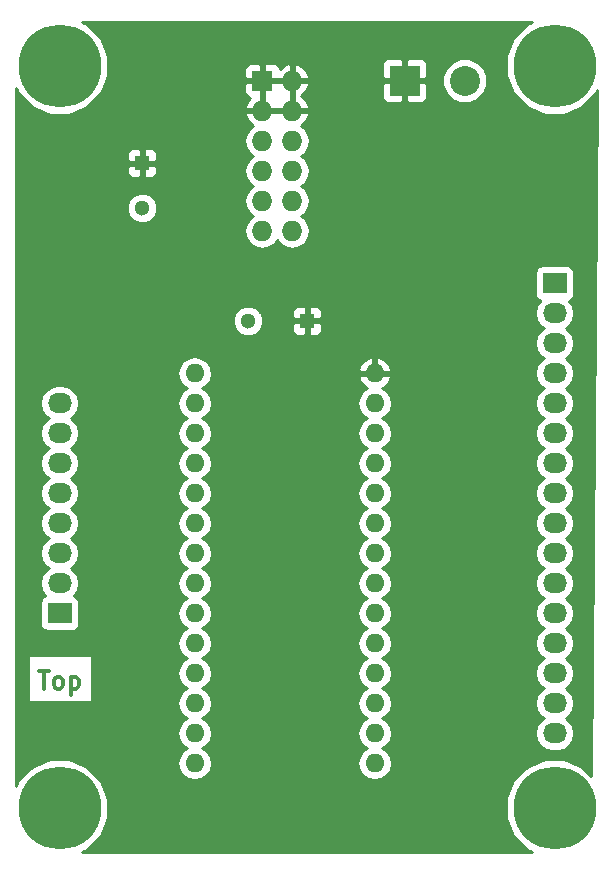
<source format=gbr>
G04 #@! TF.FileFunction,Copper,L1,Top,Signal*
%FSLAX46Y46*%
G04 Gerber Fmt 4.6, Leading zero omitted, Abs format (unit mm)*
G04 Created by KiCad (PCBNEW 4.0.2-stable) date 14/03/2016 9:25:42 PM*
%MOMM*%
G01*
G04 APERTURE LIST*
%ADD10C,0.100000*%
%ADD11C,0.300000*%
%ADD12R,1.300000X1.300000*%
%ADD13C,1.300000*%
%ADD14R,2.540000X2.540000*%
%ADD15C,2.540000*%
%ADD16R,1.727200X1.727200*%
%ADD17O,1.727200X1.727200*%
%ADD18R,2.032000X1.727200*%
%ADD19O,2.032000X1.727200*%
%ADD20O,1.600000X1.600000*%
%ADD21C,7.000000*%
%ADD22C,0.254000*%
G04 APERTURE END LIST*
D10*
D11*
X148709286Y-115383571D02*
X149566429Y-115383571D01*
X149137858Y-116883571D02*
X149137858Y-115383571D01*
X150280715Y-116883571D02*
X150137857Y-116812143D01*
X150066429Y-116740714D01*
X149995000Y-116597857D01*
X149995000Y-116169286D01*
X150066429Y-116026429D01*
X150137857Y-115955000D01*
X150280715Y-115883571D01*
X150495000Y-115883571D01*
X150637857Y-115955000D01*
X150709286Y-116026429D01*
X150780715Y-116169286D01*
X150780715Y-116597857D01*
X150709286Y-116740714D01*
X150637857Y-116812143D01*
X150495000Y-116883571D01*
X150280715Y-116883571D01*
X151423572Y-115883571D02*
X151423572Y-117383571D01*
X151423572Y-115955000D02*
X151566429Y-115883571D01*
X151852143Y-115883571D01*
X151995000Y-115955000D01*
X152066429Y-116026429D01*
X152137858Y-116169286D01*
X152137858Y-116597857D01*
X152066429Y-116740714D01*
X151995000Y-116812143D01*
X151852143Y-116883571D01*
X151566429Y-116883571D01*
X151423572Y-116812143D01*
D12*
X157480000Y-72390000D03*
D13*
X157480000Y-76190000D03*
D12*
X171450000Y-85725000D03*
D13*
X166450000Y-85725000D03*
D14*
X179705000Y-65405000D03*
D15*
X184785000Y-65405000D03*
D16*
X167640000Y-65405000D03*
D17*
X170180000Y-65405000D03*
X167640000Y-67945000D03*
X170180000Y-67945000D03*
X167640000Y-70485000D03*
X170180000Y-70485000D03*
X167640000Y-73025000D03*
X170180000Y-73025000D03*
X167640000Y-75565000D03*
X170180000Y-75565000D03*
X167640000Y-78105000D03*
X170180000Y-78105000D03*
D18*
X150495000Y-110490000D03*
D19*
X150495000Y-107950000D03*
X150495000Y-105410000D03*
X150495000Y-102870000D03*
X150495000Y-100330000D03*
X150495000Y-97790000D03*
X150495000Y-95250000D03*
X150495000Y-92710000D03*
D18*
X192405000Y-82550000D03*
D19*
X192405000Y-85090000D03*
X192405000Y-87630000D03*
X192405000Y-90170000D03*
X192405000Y-92710000D03*
X192405000Y-95250000D03*
X192405000Y-97790000D03*
X192405000Y-100330000D03*
X192405000Y-102870000D03*
X192405000Y-105410000D03*
X192405000Y-107950000D03*
X192405000Y-110490000D03*
X192405000Y-113030000D03*
X192405000Y-115570000D03*
X192405000Y-118110000D03*
X192405000Y-120650000D03*
D20*
X161925000Y-90170000D03*
X161925000Y-92710000D03*
X161925000Y-95250000D03*
X161925000Y-97790000D03*
X161925000Y-100330000D03*
X161925000Y-102870000D03*
X161925000Y-105410000D03*
X161925000Y-107950000D03*
X161925000Y-110490000D03*
X161925000Y-113030000D03*
X161925000Y-115570000D03*
X161925000Y-118110000D03*
X161925000Y-120650000D03*
X161925000Y-123190000D03*
X177165000Y-123190000D03*
X177165000Y-120650000D03*
X177165000Y-118110000D03*
X177165000Y-115570000D03*
X177165000Y-113030000D03*
X177165000Y-110490000D03*
X177165000Y-107950000D03*
X177165000Y-105410000D03*
X177165000Y-102870000D03*
X177165000Y-100330000D03*
X177165000Y-97790000D03*
X177165000Y-95250000D03*
X177165000Y-92710000D03*
X177165000Y-90170000D03*
D21*
X150495000Y-64135000D03*
X192405000Y-64135000D03*
X150495000Y-127000000D03*
X192405000Y-127000000D03*
D22*
G36*
X190065771Y-60627474D02*
X188901562Y-61789653D01*
X188270720Y-63308889D01*
X188269284Y-64953894D01*
X188897474Y-66474229D01*
X190059653Y-67638438D01*
X191578889Y-68269280D01*
X193223894Y-68270716D01*
X194744229Y-67642526D01*
X195908438Y-66480347D01*
X196035294Y-66174844D01*
X195512008Y-124259553D01*
X194750347Y-123496562D01*
X193231111Y-122865720D01*
X191586106Y-122864284D01*
X190065771Y-123492474D01*
X188901562Y-124654653D01*
X188270720Y-126173889D01*
X188269284Y-127818894D01*
X188897474Y-129339229D01*
X190059653Y-130503438D01*
X190492086Y-130683000D01*
X152409550Y-130683000D01*
X152834229Y-130507526D01*
X153998438Y-129345347D01*
X154629280Y-127826111D01*
X154630716Y-126181106D01*
X154002526Y-124660771D01*
X152840347Y-123496562D01*
X151321111Y-122865720D01*
X149676106Y-122864284D01*
X148155771Y-123492474D01*
X146991562Y-124654653D01*
X146812000Y-125087086D01*
X146812000Y-114070000D01*
X147781429Y-114070000D01*
X147781429Y-118040000D01*
X153208572Y-118040000D01*
X153208572Y-114070000D01*
X147781429Y-114070000D01*
X146812000Y-114070000D01*
X146812000Y-92710000D01*
X148811655Y-92710000D01*
X148925729Y-93283489D01*
X149250585Y-93769670D01*
X149565366Y-93980000D01*
X149250585Y-94190330D01*
X148925729Y-94676511D01*
X148811655Y-95250000D01*
X148925729Y-95823489D01*
X149250585Y-96309670D01*
X149565366Y-96520000D01*
X149250585Y-96730330D01*
X148925729Y-97216511D01*
X148811655Y-97790000D01*
X148925729Y-98363489D01*
X149250585Y-98849670D01*
X149565366Y-99060000D01*
X149250585Y-99270330D01*
X148925729Y-99756511D01*
X148811655Y-100330000D01*
X148925729Y-100903489D01*
X149250585Y-101389670D01*
X149565366Y-101600000D01*
X149250585Y-101810330D01*
X148925729Y-102296511D01*
X148811655Y-102870000D01*
X148925729Y-103443489D01*
X149250585Y-103929670D01*
X149565366Y-104140000D01*
X149250585Y-104350330D01*
X148925729Y-104836511D01*
X148811655Y-105410000D01*
X148925729Y-105983489D01*
X149250585Y-106469670D01*
X149565366Y-106680000D01*
X149250585Y-106890330D01*
X148925729Y-107376511D01*
X148811655Y-107950000D01*
X148925729Y-108523489D01*
X149250585Y-109009670D01*
X149264913Y-109019243D01*
X149243683Y-109023238D01*
X149027559Y-109162310D01*
X148882569Y-109374510D01*
X148831560Y-109626400D01*
X148831560Y-111353600D01*
X148875838Y-111588917D01*
X149014910Y-111805041D01*
X149227110Y-111950031D01*
X149479000Y-112001040D01*
X151511000Y-112001040D01*
X151746317Y-111956762D01*
X151962441Y-111817690D01*
X152107431Y-111605490D01*
X152158440Y-111353600D01*
X152158440Y-109626400D01*
X152114162Y-109391083D01*
X151975090Y-109174959D01*
X151762890Y-109029969D01*
X151721561Y-109021600D01*
X151739415Y-109009670D01*
X152064271Y-108523489D01*
X152178345Y-107950000D01*
X152064271Y-107376511D01*
X151739415Y-106890330D01*
X151424634Y-106680000D01*
X151739415Y-106469670D01*
X152064271Y-105983489D01*
X152178345Y-105410000D01*
X152064271Y-104836511D01*
X151739415Y-104350330D01*
X151424634Y-104140000D01*
X151739415Y-103929670D01*
X152064271Y-103443489D01*
X152178345Y-102870000D01*
X152064271Y-102296511D01*
X151739415Y-101810330D01*
X151424634Y-101600000D01*
X151739415Y-101389670D01*
X152064271Y-100903489D01*
X152178345Y-100330000D01*
X152064271Y-99756511D01*
X151739415Y-99270330D01*
X151424634Y-99060000D01*
X151739415Y-98849670D01*
X152064271Y-98363489D01*
X152178345Y-97790000D01*
X152064271Y-97216511D01*
X151739415Y-96730330D01*
X151424634Y-96520000D01*
X151739415Y-96309670D01*
X152064271Y-95823489D01*
X152178345Y-95250000D01*
X152064271Y-94676511D01*
X151739415Y-94190330D01*
X151424634Y-93980000D01*
X151739415Y-93769670D01*
X152064271Y-93283489D01*
X152178345Y-92710000D01*
X152064271Y-92136511D01*
X151739415Y-91650330D01*
X151253234Y-91325474D01*
X150679745Y-91211400D01*
X150310255Y-91211400D01*
X149736766Y-91325474D01*
X149250585Y-91650330D01*
X148925729Y-92136511D01*
X148811655Y-92710000D01*
X146812000Y-92710000D01*
X146812000Y-90170000D01*
X160461887Y-90170000D01*
X160571120Y-90719151D01*
X160882189Y-91184698D01*
X161264275Y-91440000D01*
X160882189Y-91695302D01*
X160571120Y-92160849D01*
X160461887Y-92710000D01*
X160571120Y-93259151D01*
X160882189Y-93724698D01*
X161264275Y-93980000D01*
X160882189Y-94235302D01*
X160571120Y-94700849D01*
X160461887Y-95250000D01*
X160571120Y-95799151D01*
X160882189Y-96264698D01*
X161264275Y-96520000D01*
X160882189Y-96775302D01*
X160571120Y-97240849D01*
X160461887Y-97790000D01*
X160571120Y-98339151D01*
X160882189Y-98804698D01*
X161264275Y-99060000D01*
X160882189Y-99315302D01*
X160571120Y-99780849D01*
X160461887Y-100330000D01*
X160571120Y-100879151D01*
X160882189Y-101344698D01*
X161264275Y-101600000D01*
X160882189Y-101855302D01*
X160571120Y-102320849D01*
X160461887Y-102870000D01*
X160571120Y-103419151D01*
X160882189Y-103884698D01*
X161264275Y-104140000D01*
X160882189Y-104395302D01*
X160571120Y-104860849D01*
X160461887Y-105410000D01*
X160571120Y-105959151D01*
X160882189Y-106424698D01*
X161264275Y-106680000D01*
X160882189Y-106935302D01*
X160571120Y-107400849D01*
X160461887Y-107950000D01*
X160571120Y-108499151D01*
X160882189Y-108964698D01*
X161264275Y-109220000D01*
X160882189Y-109475302D01*
X160571120Y-109940849D01*
X160461887Y-110490000D01*
X160571120Y-111039151D01*
X160882189Y-111504698D01*
X161264275Y-111760000D01*
X160882189Y-112015302D01*
X160571120Y-112480849D01*
X160461887Y-113030000D01*
X160571120Y-113579151D01*
X160882189Y-114044698D01*
X161264275Y-114300000D01*
X160882189Y-114555302D01*
X160571120Y-115020849D01*
X160461887Y-115570000D01*
X160571120Y-116119151D01*
X160882189Y-116584698D01*
X161264275Y-116840000D01*
X160882189Y-117095302D01*
X160571120Y-117560849D01*
X160461887Y-118110000D01*
X160571120Y-118659151D01*
X160882189Y-119124698D01*
X161264275Y-119380000D01*
X160882189Y-119635302D01*
X160571120Y-120100849D01*
X160461887Y-120650000D01*
X160571120Y-121199151D01*
X160882189Y-121664698D01*
X161264275Y-121920000D01*
X160882189Y-122175302D01*
X160571120Y-122640849D01*
X160461887Y-123190000D01*
X160571120Y-123739151D01*
X160882189Y-124204698D01*
X161347736Y-124515767D01*
X161896887Y-124625000D01*
X161953113Y-124625000D01*
X162502264Y-124515767D01*
X162967811Y-124204698D01*
X163278880Y-123739151D01*
X163388113Y-123190000D01*
X163278880Y-122640849D01*
X162967811Y-122175302D01*
X162585725Y-121920000D01*
X162967811Y-121664698D01*
X163278880Y-121199151D01*
X163388113Y-120650000D01*
X163278880Y-120100849D01*
X162967811Y-119635302D01*
X162585725Y-119380000D01*
X162967811Y-119124698D01*
X163278880Y-118659151D01*
X163388113Y-118110000D01*
X163278880Y-117560849D01*
X162967811Y-117095302D01*
X162585725Y-116840000D01*
X162967811Y-116584698D01*
X163278880Y-116119151D01*
X163388113Y-115570000D01*
X163278880Y-115020849D01*
X162967811Y-114555302D01*
X162585725Y-114300000D01*
X162967811Y-114044698D01*
X163278880Y-113579151D01*
X163388113Y-113030000D01*
X163278880Y-112480849D01*
X162967811Y-112015302D01*
X162585725Y-111760000D01*
X162967811Y-111504698D01*
X163278880Y-111039151D01*
X163388113Y-110490000D01*
X163278880Y-109940849D01*
X162967811Y-109475302D01*
X162585725Y-109220000D01*
X162967811Y-108964698D01*
X163278880Y-108499151D01*
X163388113Y-107950000D01*
X163278880Y-107400849D01*
X162967811Y-106935302D01*
X162585725Y-106680000D01*
X162967811Y-106424698D01*
X163278880Y-105959151D01*
X163388113Y-105410000D01*
X163278880Y-104860849D01*
X162967811Y-104395302D01*
X162585725Y-104140000D01*
X162967811Y-103884698D01*
X163278880Y-103419151D01*
X163388113Y-102870000D01*
X163278880Y-102320849D01*
X162967811Y-101855302D01*
X162585725Y-101600000D01*
X162967811Y-101344698D01*
X163278880Y-100879151D01*
X163388113Y-100330000D01*
X163278880Y-99780849D01*
X162967811Y-99315302D01*
X162585725Y-99060000D01*
X162967811Y-98804698D01*
X163278880Y-98339151D01*
X163388113Y-97790000D01*
X163278880Y-97240849D01*
X162967811Y-96775302D01*
X162585725Y-96520000D01*
X162967811Y-96264698D01*
X163278880Y-95799151D01*
X163388113Y-95250000D01*
X163278880Y-94700849D01*
X162967811Y-94235302D01*
X162585725Y-93980000D01*
X162967811Y-93724698D01*
X163278880Y-93259151D01*
X163388113Y-92710000D01*
X175701887Y-92710000D01*
X175811120Y-93259151D01*
X176122189Y-93724698D01*
X176504275Y-93980000D01*
X176122189Y-94235302D01*
X175811120Y-94700849D01*
X175701887Y-95250000D01*
X175811120Y-95799151D01*
X176122189Y-96264698D01*
X176504275Y-96520000D01*
X176122189Y-96775302D01*
X175811120Y-97240849D01*
X175701887Y-97790000D01*
X175811120Y-98339151D01*
X176122189Y-98804698D01*
X176504275Y-99060000D01*
X176122189Y-99315302D01*
X175811120Y-99780849D01*
X175701887Y-100330000D01*
X175811120Y-100879151D01*
X176122189Y-101344698D01*
X176504275Y-101600000D01*
X176122189Y-101855302D01*
X175811120Y-102320849D01*
X175701887Y-102870000D01*
X175811120Y-103419151D01*
X176122189Y-103884698D01*
X176504275Y-104140000D01*
X176122189Y-104395302D01*
X175811120Y-104860849D01*
X175701887Y-105410000D01*
X175811120Y-105959151D01*
X176122189Y-106424698D01*
X176504275Y-106680000D01*
X176122189Y-106935302D01*
X175811120Y-107400849D01*
X175701887Y-107950000D01*
X175811120Y-108499151D01*
X176122189Y-108964698D01*
X176504275Y-109220000D01*
X176122189Y-109475302D01*
X175811120Y-109940849D01*
X175701887Y-110490000D01*
X175811120Y-111039151D01*
X176122189Y-111504698D01*
X176504275Y-111760000D01*
X176122189Y-112015302D01*
X175811120Y-112480849D01*
X175701887Y-113030000D01*
X175811120Y-113579151D01*
X176122189Y-114044698D01*
X176504275Y-114300000D01*
X176122189Y-114555302D01*
X175811120Y-115020849D01*
X175701887Y-115570000D01*
X175811120Y-116119151D01*
X176122189Y-116584698D01*
X176504275Y-116840000D01*
X176122189Y-117095302D01*
X175811120Y-117560849D01*
X175701887Y-118110000D01*
X175811120Y-118659151D01*
X176122189Y-119124698D01*
X176504275Y-119380000D01*
X176122189Y-119635302D01*
X175811120Y-120100849D01*
X175701887Y-120650000D01*
X175811120Y-121199151D01*
X176122189Y-121664698D01*
X176504275Y-121920000D01*
X176122189Y-122175302D01*
X175811120Y-122640849D01*
X175701887Y-123190000D01*
X175811120Y-123739151D01*
X176122189Y-124204698D01*
X176587736Y-124515767D01*
X177136887Y-124625000D01*
X177193113Y-124625000D01*
X177742264Y-124515767D01*
X178207811Y-124204698D01*
X178518880Y-123739151D01*
X178628113Y-123190000D01*
X178518880Y-122640849D01*
X178207811Y-122175302D01*
X177825725Y-121920000D01*
X178207811Y-121664698D01*
X178518880Y-121199151D01*
X178628113Y-120650000D01*
X178518880Y-120100849D01*
X178207811Y-119635302D01*
X177825725Y-119380000D01*
X178207811Y-119124698D01*
X178518880Y-118659151D01*
X178628113Y-118110000D01*
X178518880Y-117560849D01*
X178207811Y-117095302D01*
X177825725Y-116840000D01*
X178207811Y-116584698D01*
X178518880Y-116119151D01*
X178628113Y-115570000D01*
X178518880Y-115020849D01*
X178207811Y-114555302D01*
X177825725Y-114300000D01*
X178207811Y-114044698D01*
X178518880Y-113579151D01*
X178628113Y-113030000D01*
X178518880Y-112480849D01*
X178207811Y-112015302D01*
X177825725Y-111760000D01*
X178207811Y-111504698D01*
X178518880Y-111039151D01*
X178628113Y-110490000D01*
X178518880Y-109940849D01*
X178207811Y-109475302D01*
X177825725Y-109220000D01*
X178207811Y-108964698D01*
X178518880Y-108499151D01*
X178628113Y-107950000D01*
X178518880Y-107400849D01*
X178207811Y-106935302D01*
X177825725Y-106680000D01*
X178207811Y-106424698D01*
X178518880Y-105959151D01*
X178628113Y-105410000D01*
X178518880Y-104860849D01*
X178207811Y-104395302D01*
X177825725Y-104140000D01*
X178207811Y-103884698D01*
X178518880Y-103419151D01*
X178628113Y-102870000D01*
X178518880Y-102320849D01*
X178207811Y-101855302D01*
X177825725Y-101600000D01*
X178207811Y-101344698D01*
X178518880Y-100879151D01*
X178628113Y-100330000D01*
X178518880Y-99780849D01*
X178207811Y-99315302D01*
X177825725Y-99060000D01*
X178207811Y-98804698D01*
X178518880Y-98339151D01*
X178628113Y-97790000D01*
X178518880Y-97240849D01*
X178207811Y-96775302D01*
X177825725Y-96520000D01*
X178207811Y-96264698D01*
X178518880Y-95799151D01*
X178628113Y-95250000D01*
X178518880Y-94700849D01*
X178207811Y-94235302D01*
X177825725Y-93980000D01*
X178207811Y-93724698D01*
X178518880Y-93259151D01*
X178628113Y-92710000D01*
X178518880Y-92160849D01*
X178207811Y-91695302D01*
X177803297Y-91425014D01*
X178020134Y-91322389D01*
X178396041Y-90907423D01*
X178556904Y-90519039D01*
X178434915Y-90297000D01*
X177292000Y-90297000D01*
X177292000Y-90317000D01*
X177038000Y-90317000D01*
X177038000Y-90297000D01*
X175895085Y-90297000D01*
X175773096Y-90519039D01*
X175933959Y-90907423D01*
X176309866Y-91322389D01*
X176526703Y-91425014D01*
X176122189Y-91695302D01*
X175811120Y-92160849D01*
X175701887Y-92710000D01*
X163388113Y-92710000D01*
X163278880Y-92160849D01*
X162967811Y-91695302D01*
X162585725Y-91440000D01*
X162967811Y-91184698D01*
X163278880Y-90719151D01*
X163388113Y-90170000D01*
X163318685Y-89820961D01*
X175773096Y-89820961D01*
X175895085Y-90043000D01*
X177038000Y-90043000D01*
X177038000Y-88899371D01*
X177292000Y-88899371D01*
X177292000Y-90043000D01*
X178434915Y-90043000D01*
X178556904Y-89820961D01*
X178396041Y-89432577D01*
X178020134Y-89017611D01*
X177514041Y-88778086D01*
X177292000Y-88899371D01*
X177038000Y-88899371D01*
X176815959Y-88778086D01*
X176309866Y-89017611D01*
X175933959Y-89432577D01*
X175773096Y-89820961D01*
X163318685Y-89820961D01*
X163278880Y-89620849D01*
X162967811Y-89155302D01*
X162502264Y-88844233D01*
X161953113Y-88735000D01*
X161896887Y-88735000D01*
X161347736Y-88844233D01*
X160882189Y-89155302D01*
X160571120Y-89620849D01*
X160461887Y-90170000D01*
X146812000Y-90170000D01*
X146812000Y-85979481D01*
X165164777Y-85979481D01*
X165359995Y-86451943D01*
X165721155Y-86813735D01*
X166193276Y-87009777D01*
X166704481Y-87010223D01*
X167176943Y-86815005D01*
X167538735Y-86453845D01*
X167722724Y-86010750D01*
X170165000Y-86010750D01*
X170165000Y-86501310D01*
X170261673Y-86734699D01*
X170440302Y-86913327D01*
X170673691Y-87010000D01*
X171164250Y-87010000D01*
X171323000Y-86851250D01*
X171323000Y-85852000D01*
X171577000Y-85852000D01*
X171577000Y-86851250D01*
X171735750Y-87010000D01*
X172226309Y-87010000D01*
X172459698Y-86913327D01*
X172638327Y-86734699D01*
X172735000Y-86501310D01*
X172735000Y-86010750D01*
X172576250Y-85852000D01*
X171577000Y-85852000D01*
X171323000Y-85852000D01*
X170323750Y-85852000D01*
X170165000Y-86010750D01*
X167722724Y-86010750D01*
X167734777Y-85981724D01*
X167735223Y-85470519D01*
X167540005Y-84998057D01*
X167490725Y-84948690D01*
X170165000Y-84948690D01*
X170165000Y-85439250D01*
X170323750Y-85598000D01*
X171323000Y-85598000D01*
X171323000Y-84598750D01*
X171577000Y-84598750D01*
X171577000Y-85598000D01*
X172576250Y-85598000D01*
X172735000Y-85439250D01*
X172735000Y-85090000D01*
X190721655Y-85090000D01*
X190835729Y-85663489D01*
X191160585Y-86149670D01*
X191475366Y-86360000D01*
X191160585Y-86570330D01*
X190835729Y-87056511D01*
X190721655Y-87630000D01*
X190835729Y-88203489D01*
X191160585Y-88689670D01*
X191475366Y-88900000D01*
X191160585Y-89110330D01*
X190835729Y-89596511D01*
X190721655Y-90170000D01*
X190835729Y-90743489D01*
X191160585Y-91229670D01*
X191475366Y-91440000D01*
X191160585Y-91650330D01*
X190835729Y-92136511D01*
X190721655Y-92710000D01*
X190835729Y-93283489D01*
X191160585Y-93769670D01*
X191475366Y-93980000D01*
X191160585Y-94190330D01*
X190835729Y-94676511D01*
X190721655Y-95250000D01*
X190835729Y-95823489D01*
X191160585Y-96309670D01*
X191475366Y-96520000D01*
X191160585Y-96730330D01*
X190835729Y-97216511D01*
X190721655Y-97790000D01*
X190835729Y-98363489D01*
X191160585Y-98849670D01*
X191475366Y-99060000D01*
X191160585Y-99270330D01*
X190835729Y-99756511D01*
X190721655Y-100330000D01*
X190835729Y-100903489D01*
X191160585Y-101389670D01*
X191475366Y-101600000D01*
X191160585Y-101810330D01*
X190835729Y-102296511D01*
X190721655Y-102870000D01*
X190835729Y-103443489D01*
X191160585Y-103929670D01*
X191475366Y-104140000D01*
X191160585Y-104350330D01*
X190835729Y-104836511D01*
X190721655Y-105410000D01*
X190835729Y-105983489D01*
X191160585Y-106469670D01*
X191475366Y-106680000D01*
X191160585Y-106890330D01*
X190835729Y-107376511D01*
X190721655Y-107950000D01*
X190835729Y-108523489D01*
X191160585Y-109009670D01*
X191475366Y-109220000D01*
X191160585Y-109430330D01*
X190835729Y-109916511D01*
X190721655Y-110490000D01*
X190835729Y-111063489D01*
X191160585Y-111549670D01*
X191475366Y-111760000D01*
X191160585Y-111970330D01*
X190835729Y-112456511D01*
X190721655Y-113030000D01*
X190835729Y-113603489D01*
X191160585Y-114089670D01*
X191475366Y-114300000D01*
X191160585Y-114510330D01*
X190835729Y-114996511D01*
X190721655Y-115570000D01*
X190835729Y-116143489D01*
X191160585Y-116629670D01*
X191475366Y-116840000D01*
X191160585Y-117050330D01*
X190835729Y-117536511D01*
X190721655Y-118110000D01*
X190835729Y-118683489D01*
X191160585Y-119169670D01*
X191475366Y-119380000D01*
X191160585Y-119590330D01*
X190835729Y-120076511D01*
X190721655Y-120650000D01*
X190835729Y-121223489D01*
X191160585Y-121709670D01*
X191646766Y-122034526D01*
X192220255Y-122148600D01*
X192589745Y-122148600D01*
X193163234Y-122034526D01*
X193649415Y-121709670D01*
X193974271Y-121223489D01*
X194088345Y-120650000D01*
X193974271Y-120076511D01*
X193649415Y-119590330D01*
X193334634Y-119380000D01*
X193649415Y-119169670D01*
X193974271Y-118683489D01*
X194088345Y-118110000D01*
X193974271Y-117536511D01*
X193649415Y-117050330D01*
X193334634Y-116840000D01*
X193649415Y-116629670D01*
X193974271Y-116143489D01*
X194088345Y-115570000D01*
X193974271Y-114996511D01*
X193649415Y-114510330D01*
X193334634Y-114300000D01*
X193649415Y-114089670D01*
X193974271Y-113603489D01*
X194088345Y-113030000D01*
X193974271Y-112456511D01*
X193649415Y-111970330D01*
X193334634Y-111760000D01*
X193649415Y-111549670D01*
X193974271Y-111063489D01*
X194088345Y-110490000D01*
X193974271Y-109916511D01*
X193649415Y-109430330D01*
X193334634Y-109220000D01*
X193649415Y-109009670D01*
X193974271Y-108523489D01*
X194088345Y-107950000D01*
X193974271Y-107376511D01*
X193649415Y-106890330D01*
X193334634Y-106680000D01*
X193649415Y-106469670D01*
X193974271Y-105983489D01*
X194088345Y-105410000D01*
X193974271Y-104836511D01*
X193649415Y-104350330D01*
X193334634Y-104140000D01*
X193649415Y-103929670D01*
X193974271Y-103443489D01*
X194088345Y-102870000D01*
X193974271Y-102296511D01*
X193649415Y-101810330D01*
X193334634Y-101600000D01*
X193649415Y-101389670D01*
X193974271Y-100903489D01*
X194088345Y-100330000D01*
X193974271Y-99756511D01*
X193649415Y-99270330D01*
X193334634Y-99060000D01*
X193649415Y-98849670D01*
X193974271Y-98363489D01*
X194088345Y-97790000D01*
X193974271Y-97216511D01*
X193649415Y-96730330D01*
X193334634Y-96520000D01*
X193649415Y-96309670D01*
X193974271Y-95823489D01*
X194088345Y-95250000D01*
X193974271Y-94676511D01*
X193649415Y-94190330D01*
X193334634Y-93980000D01*
X193649415Y-93769670D01*
X193974271Y-93283489D01*
X194088345Y-92710000D01*
X193974271Y-92136511D01*
X193649415Y-91650330D01*
X193334634Y-91440000D01*
X193649415Y-91229670D01*
X193974271Y-90743489D01*
X194088345Y-90170000D01*
X193974271Y-89596511D01*
X193649415Y-89110330D01*
X193334634Y-88900000D01*
X193649415Y-88689670D01*
X193974271Y-88203489D01*
X194088345Y-87630000D01*
X193974271Y-87056511D01*
X193649415Y-86570330D01*
X193334634Y-86360000D01*
X193649415Y-86149670D01*
X193974271Y-85663489D01*
X194088345Y-85090000D01*
X193974271Y-84516511D01*
X193649415Y-84030330D01*
X193635087Y-84020757D01*
X193656317Y-84016762D01*
X193872441Y-83877690D01*
X194017431Y-83665490D01*
X194068440Y-83413600D01*
X194068440Y-81686400D01*
X194024162Y-81451083D01*
X193885090Y-81234959D01*
X193672890Y-81089969D01*
X193421000Y-81038960D01*
X191389000Y-81038960D01*
X191153683Y-81083238D01*
X190937559Y-81222310D01*
X190792569Y-81434510D01*
X190741560Y-81686400D01*
X190741560Y-83413600D01*
X190785838Y-83648917D01*
X190924910Y-83865041D01*
X191137110Y-84010031D01*
X191178439Y-84018400D01*
X191160585Y-84030330D01*
X190835729Y-84516511D01*
X190721655Y-85090000D01*
X172735000Y-85090000D01*
X172735000Y-84948690D01*
X172638327Y-84715301D01*
X172459698Y-84536673D01*
X172226309Y-84440000D01*
X171735750Y-84440000D01*
X171577000Y-84598750D01*
X171323000Y-84598750D01*
X171164250Y-84440000D01*
X170673691Y-84440000D01*
X170440302Y-84536673D01*
X170261673Y-84715301D01*
X170165000Y-84948690D01*
X167490725Y-84948690D01*
X167178845Y-84636265D01*
X166706724Y-84440223D01*
X166195519Y-84439777D01*
X165723057Y-84634995D01*
X165361265Y-84996155D01*
X165165223Y-85468276D01*
X165164777Y-85979481D01*
X146812000Y-85979481D01*
X146812000Y-76444481D01*
X156194777Y-76444481D01*
X156389995Y-76916943D01*
X156751155Y-77278735D01*
X157223276Y-77474777D01*
X157734481Y-77475223D01*
X158206943Y-77280005D01*
X158568735Y-76918845D01*
X158764777Y-76446724D01*
X158765223Y-75935519D01*
X158570005Y-75463057D01*
X158208845Y-75101265D01*
X157736724Y-74905223D01*
X157225519Y-74904777D01*
X156753057Y-75099995D01*
X156391265Y-75461155D01*
X156195223Y-75933276D01*
X156194777Y-76444481D01*
X146812000Y-76444481D01*
X146812000Y-72675750D01*
X156195000Y-72675750D01*
X156195000Y-73166309D01*
X156291673Y-73399698D01*
X156470301Y-73578327D01*
X156703690Y-73675000D01*
X157194250Y-73675000D01*
X157353000Y-73516250D01*
X157353000Y-72517000D01*
X157607000Y-72517000D01*
X157607000Y-73516250D01*
X157765750Y-73675000D01*
X158256310Y-73675000D01*
X158489699Y-73578327D01*
X158668327Y-73399698D01*
X158765000Y-73166309D01*
X158765000Y-72675750D01*
X158606250Y-72517000D01*
X157607000Y-72517000D01*
X157353000Y-72517000D01*
X156353750Y-72517000D01*
X156195000Y-72675750D01*
X146812000Y-72675750D01*
X146812000Y-71613691D01*
X156195000Y-71613691D01*
X156195000Y-72104250D01*
X156353750Y-72263000D01*
X157353000Y-72263000D01*
X157353000Y-71263750D01*
X157607000Y-71263750D01*
X157607000Y-72263000D01*
X158606250Y-72263000D01*
X158765000Y-72104250D01*
X158765000Y-71613691D01*
X158668327Y-71380302D01*
X158489699Y-71201673D01*
X158256310Y-71105000D01*
X157765750Y-71105000D01*
X157607000Y-71263750D01*
X157353000Y-71263750D01*
X157194250Y-71105000D01*
X156703690Y-71105000D01*
X156470301Y-71201673D01*
X156291673Y-71380302D01*
X156195000Y-71613691D01*
X146812000Y-71613691D01*
X146812000Y-70455641D01*
X166141400Y-70455641D01*
X166141400Y-70514359D01*
X166255474Y-71087848D01*
X166580330Y-71574029D01*
X166851172Y-71755000D01*
X166580330Y-71935971D01*
X166255474Y-72422152D01*
X166141400Y-72995641D01*
X166141400Y-73054359D01*
X166255474Y-73627848D01*
X166580330Y-74114029D01*
X166851172Y-74295000D01*
X166580330Y-74475971D01*
X166255474Y-74962152D01*
X166141400Y-75535641D01*
X166141400Y-75594359D01*
X166255474Y-76167848D01*
X166580330Y-76654029D01*
X166851172Y-76835000D01*
X166580330Y-77015971D01*
X166255474Y-77502152D01*
X166141400Y-78075641D01*
X166141400Y-78134359D01*
X166255474Y-78707848D01*
X166580330Y-79194029D01*
X167066511Y-79518885D01*
X167640000Y-79632959D01*
X168213489Y-79518885D01*
X168699670Y-79194029D01*
X168910000Y-78879248D01*
X169120330Y-79194029D01*
X169606511Y-79518885D01*
X170180000Y-79632959D01*
X170753489Y-79518885D01*
X171239670Y-79194029D01*
X171564526Y-78707848D01*
X171678600Y-78134359D01*
X171678600Y-78075641D01*
X171564526Y-77502152D01*
X171239670Y-77015971D01*
X170968828Y-76835000D01*
X171239670Y-76654029D01*
X171564526Y-76167848D01*
X171678600Y-75594359D01*
X171678600Y-75535641D01*
X171564526Y-74962152D01*
X171239670Y-74475971D01*
X170968828Y-74295000D01*
X171239670Y-74114029D01*
X171564526Y-73627848D01*
X171678600Y-73054359D01*
X171678600Y-72995641D01*
X171564526Y-72422152D01*
X171239670Y-71935971D01*
X170968828Y-71755000D01*
X171239670Y-71574029D01*
X171564526Y-71087848D01*
X171678600Y-70514359D01*
X171678600Y-70455641D01*
X171564526Y-69882152D01*
X171239670Y-69395971D01*
X170968839Y-69215008D01*
X171386821Y-68833490D01*
X171634968Y-68304027D01*
X171514469Y-68072000D01*
X170307000Y-68072000D01*
X170307000Y-68092000D01*
X170053000Y-68092000D01*
X170053000Y-68072000D01*
X167767000Y-68072000D01*
X167767000Y-68092000D01*
X167513000Y-68092000D01*
X167513000Y-68072000D01*
X166305531Y-68072000D01*
X166185032Y-68304027D01*
X166433179Y-68833490D01*
X166851161Y-69215008D01*
X166580330Y-69395971D01*
X166255474Y-69882152D01*
X166141400Y-70455641D01*
X146812000Y-70455641D01*
X146812000Y-66049550D01*
X146987474Y-66474229D01*
X148149653Y-67638438D01*
X149668889Y-68269280D01*
X151313894Y-68270716D01*
X152834229Y-67642526D01*
X153998438Y-66480347D01*
X154326307Y-65690750D01*
X166141400Y-65690750D01*
X166141400Y-66394909D01*
X166238073Y-66628298D01*
X166416701Y-66806927D01*
X166616119Y-66889529D01*
X166433179Y-67056510D01*
X166185032Y-67585973D01*
X166305531Y-67818000D01*
X167513000Y-67818000D01*
X167513000Y-65532000D01*
X167767000Y-65532000D01*
X167767000Y-67818000D01*
X170053000Y-67818000D01*
X170053000Y-65532000D01*
X170307000Y-65532000D01*
X170307000Y-67818000D01*
X171514469Y-67818000D01*
X171634968Y-67585973D01*
X171386821Y-67056510D01*
X170968848Y-66675000D01*
X171386821Y-66293490D01*
X171634968Y-65764027D01*
X171596913Y-65690750D01*
X177800000Y-65690750D01*
X177800000Y-66801310D01*
X177896673Y-67034699D01*
X178075302Y-67213327D01*
X178308691Y-67310000D01*
X179419250Y-67310000D01*
X179578000Y-67151250D01*
X179578000Y-65532000D01*
X179832000Y-65532000D01*
X179832000Y-67151250D01*
X179990750Y-67310000D01*
X181101309Y-67310000D01*
X181334698Y-67213327D01*
X181513327Y-67034699D01*
X181610000Y-66801310D01*
X181610000Y-65782265D01*
X182879670Y-65782265D01*
X183169078Y-66482686D01*
X183704495Y-67019039D01*
X184404410Y-67309668D01*
X185162265Y-67310330D01*
X185862686Y-67020922D01*
X186399039Y-66485505D01*
X186689668Y-65785590D01*
X186690330Y-65027735D01*
X186400922Y-64327314D01*
X185865505Y-63790961D01*
X185165590Y-63500332D01*
X184407735Y-63499670D01*
X183707314Y-63789078D01*
X183170961Y-64324495D01*
X182880332Y-65024410D01*
X182879670Y-65782265D01*
X181610000Y-65782265D01*
X181610000Y-65690750D01*
X181451250Y-65532000D01*
X179832000Y-65532000D01*
X179578000Y-65532000D01*
X177958750Y-65532000D01*
X177800000Y-65690750D01*
X171596913Y-65690750D01*
X171514469Y-65532000D01*
X170307000Y-65532000D01*
X170053000Y-65532000D01*
X167767000Y-65532000D01*
X167513000Y-65532000D01*
X166300150Y-65532000D01*
X166141400Y-65690750D01*
X154326307Y-65690750D01*
X154629280Y-64961111D01*
X154629756Y-64415091D01*
X166141400Y-64415091D01*
X166141400Y-65119250D01*
X166300150Y-65278000D01*
X167513000Y-65278000D01*
X167513000Y-64065150D01*
X167767000Y-64065150D01*
X167767000Y-65278000D01*
X170053000Y-65278000D01*
X170053000Y-64071183D01*
X170307000Y-64071183D01*
X170307000Y-65278000D01*
X171514469Y-65278000D01*
X171634968Y-65045973D01*
X171386821Y-64516510D01*
X170954947Y-64122312D01*
X170680624Y-64008690D01*
X177800000Y-64008690D01*
X177800000Y-65119250D01*
X177958750Y-65278000D01*
X179578000Y-65278000D01*
X179578000Y-63658750D01*
X179832000Y-63658750D01*
X179832000Y-65278000D01*
X181451250Y-65278000D01*
X181610000Y-65119250D01*
X181610000Y-64008690D01*
X181513327Y-63775301D01*
X181334698Y-63596673D01*
X181101309Y-63500000D01*
X179990750Y-63500000D01*
X179832000Y-63658750D01*
X179578000Y-63658750D01*
X179419250Y-63500000D01*
X178308691Y-63500000D01*
X178075302Y-63596673D01*
X177896673Y-63775301D01*
X177800000Y-64008690D01*
X170680624Y-64008690D01*
X170539026Y-63950042D01*
X170307000Y-64071183D01*
X170053000Y-64071183D01*
X169820974Y-63950042D01*
X169405053Y-64122312D01*
X169123700Y-64379120D01*
X169041927Y-64181702D01*
X168863299Y-64003073D01*
X168629910Y-63906400D01*
X167925750Y-63906400D01*
X167767000Y-64065150D01*
X167513000Y-64065150D01*
X167354250Y-63906400D01*
X166650090Y-63906400D01*
X166416701Y-64003073D01*
X166238073Y-64181702D01*
X166141400Y-64415091D01*
X154629756Y-64415091D01*
X154630716Y-63316106D01*
X154002526Y-61795771D01*
X152840347Y-60631562D01*
X152407914Y-60452000D01*
X190490450Y-60452000D01*
X190065771Y-60627474D01*
X190065771Y-60627474D01*
G37*
X190065771Y-60627474D02*
X188901562Y-61789653D01*
X188270720Y-63308889D01*
X188269284Y-64953894D01*
X188897474Y-66474229D01*
X190059653Y-67638438D01*
X191578889Y-68269280D01*
X193223894Y-68270716D01*
X194744229Y-67642526D01*
X195908438Y-66480347D01*
X196035294Y-66174844D01*
X195512008Y-124259553D01*
X194750347Y-123496562D01*
X193231111Y-122865720D01*
X191586106Y-122864284D01*
X190065771Y-123492474D01*
X188901562Y-124654653D01*
X188270720Y-126173889D01*
X188269284Y-127818894D01*
X188897474Y-129339229D01*
X190059653Y-130503438D01*
X190492086Y-130683000D01*
X152409550Y-130683000D01*
X152834229Y-130507526D01*
X153998438Y-129345347D01*
X154629280Y-127826111D01*
X154630716Y-126181106D01*
X154002526Y-124660771D01*
X152840347Y-123496562D01*
X151321111Y-122865720D01*
X149676106Y-122864284D01*
X148155771Y-123492474D01*
X146991562Y-124654653D01*
X146812000Y-125087086D01*
X146812000Y-114070000D01*
X147781429Y-114070000D01*
X147781429Y-118040000D01*
X153208572Y-118040000D01*
X153208572Y-114070000D01*
X147781429Y-114070000D01*
X146812000Y-114070000D01*
X146812000Y-92710000D01*
X148811655Y-92710000D01*
X148925729Y-93283489D01*
X149250585Y-93769670D01*
X149565366Y-93980000D01*
X149250585Y-94190330D01*
X148925729Y-94676511D01*
X148811655Y-95250000D01*
X148925729Y-95823489D01*
X149250585Y-96309670D01*
X149565366Y-96520000D01*
X149250585Y-96730330D01*
X148925729Y-97216511D01*
X148811655Y-97790000D01*
X148925729Y-98363489D01*
X149250585Y-98849670D01*
X149565366Y-99060000D01*
X149250585Y-99270330D01*
X148925729Y-99756511D01*
X148811655Y-100330000D01*
X148925729Y-100903489D01*
X149250585Y-101389670D01*
X149565366Y-101600000D01*
X149250585Y-101810330D01*
X148925729Y-102296511D01*
X148811655Y-102870000D01*
X148925729Y-103443489D01*
X149250585Y-103929670D01*
X149565366Y-104140000D01*
X149250585Y-104350330D01*
X148925729Y-104836511D01*
X148811655Y-105410000D01*
X148925729Y-105983489D01*
X149250585Y-106469670D01*
X149565366Y-106680000D01*
X149250585Y-106890330D01*
X148925729Y-107376511D01*
X148811655Y-107950000D01*
X148925729Y-108523489D01*
X149250585Y-109009670D01*
X149264913Y-109019243D01*
X149243683Y-109023238D01*
X149027559Y-109162310D01*
X148882569Y-109374510D01*
X148831560Y-109626400D01*
X148831560Y-111353600D01*
X148875838Y-111588917D01*
X149014910Y-111805041D01*
X149227110Y-111950031D01*
X149479000Y-112001040D01*
X151511000Y-112001040D01*
X151746317Y-111956762D01*
X151962441Y-111817690D01*
X152107431Y-111605490D01*
X152158440Y-111353600D01*
X152158440Y-109626400D01*
X152114162Y-109391083D01*
X151975090Y-109174959D01*
X151762890Y-109029969D01*
X151721561Y-109021600D01*
X151739415Y-109009670D01*
X152064271Y-108523489D01*
X152178345Y-107950000D01*
X152064271Y-107376511D01*
X151739415Y-106890330D01*
X151424634Y-106680000D01*
X151739415Y-106469670D01*
X152064271Y-105983489D01*
X152178345Y-105410000D01*
X152064271Y-104836511D01*
X151739415Y-104350330D01*
X151424634Y-104140000D01*
X151739415Y-103929670D01*
X152064271Y-103443489D01*
X152178345Y-102870000D01*
X152064271Y-102296511D01*
X151739415Y-101810330D01*
X151424634Y-101600000D01*
X151739415Y-101389670D01*
X152064271Y-100903489D01*
X152178345Y-100330000D01*
X152064271Y-99756511D01*
X151739415Y-99270330D01*
X151424634Y-99060000D01*
X151739415Y-98849670D01*
X152064271Y-98363489D01*
X152178345Y-97790000D01*
X152064271Y-97216511D01*
X151739415Y-96730330D01*
X151424634Y-96520000D01*
X151739415Y-96309670D01*
X152064271Y-95823489D01*
X152178345Y-95250000D01*
X152064271Y-94676511D01*
X151739415Y-94190330D01*
X151424634Y-93980000D01*
X151739415Y-93769670D01*
X152064271Y-93283489D01*
X152178345Y-92710000D01*
X152064271Y-92136511D01*
X151739415Y-91650330D01*
X151253234Y-91325474D01*
X150679745Y-91211400D01*
X150310255Y-91211400D01*
X149736766Y-91325474D01*
X149250585Y-91650330D01*
X148925729Y-92136511D01*
X148811655Y-92710000D01*
X146812000Y-92710000D01*
X146812000Y-90170000D01*
X160461887Y-90170000D01*
X160571120Y-90719151D01*
X160882189Y-91184698D01*
X161264275Y-91440000D01*
X160882189Y-91695302D01*
X160571120Y-92160849D01*
X160461887Y-92710000D01*
X160571120Y-93259151D01*
X160882189Y-93724698D01*
X161264275Y-93980000D01*
X160882189Y-94235302D01*
X160571120Y-94700849D01*
X160461887Y-95250000D01*
X160571120Y-95799151D01*
X160882189Y-96264698D01*
X161264275Y-96520000D01*
X160882189Y-96775302D01*
X160571120Y-97240849D01*
X160461887Y-97790000D01*
X160571120Y-98339151D01*
X160882189Y-98804698D01*
X161264275Y-99060000D01*
X160882189Y-99315302D01*
X160571120Y-99780849D01*
X160461887Y-100330000D01*
X160571120Y-100879151D01*
X160882189Y-101344698D01*
X161264275Y-101600000D01*
X160882189Y-101855302D01*
X160571120Y-102320849D01*
X160461887Y-102870000D01*
X160571120Y-103419151D01*
X160882189Y-103884698D01*
X161264275Y-104140000D01*
X160882189Y-104395302D01*
X160571120Y-104860849D01*
X160461887Y-105410000D01*
X160571120Y-105959151D01*
X160882189Y-106424698D01*
X161264275Y-106680000D01*
X160882189Y-106935302D01*
X160571120Y-107400849D01*
X160461887Y-107950000D01*
X160571120Y-108499151D01*
X160882189Y-108964698D01*
X161264275Y-109220000D01*
X160882189Y-109475302D01*
X160571120Y-109940849D01*
X160461887Y-110490000D01*
X160571120Y-111039151D01*
X160882189Y-111504698D01*
X161264275Y-111760000D01*
X160882189Y-112015302D01*
X160571120Y-112480849D01*
X160461887Y-113030000D01*
X160571120Y-113579151D01*
X160882189Y-114044698D01*
X161264275Y-114300000D01*
X160882189Y-114555302D01*
X160571120Y-115020849D01*
X160461887Y-115570000D01*
X160571120Y-116119151D01*
X160882189Y-116584698D01*
X161264275Y-116840000D01*
X160882189Y-117095302D01*
X160571120Y-117560849D01*
X160461887Y-118110000D01*
X160571120Y-118659151D01*
X160882189Y-119124698D01*
X161264275Y-119380000D01*
X160882189Y-119635302D01*
X160571120Y-120100849D01*
X160461887Y-120650000D01*
X160571120Y-121199151D01*
X160882189Y-121664698D01*
X161264275Y-121920000D01*
X160882189Y-122175302D01*
X160571120Y-122640849D01*
X160461887Y-123190000D01*
X160571120Y-123739151D01*
X160882189Y-124204698D01*
X161347736Y-124515767D01*
X161896887Y-124625000D01*
X161953113Y-124625000D01*
X162502264Y-124515767D01*
X162967811Y-124204698D01*
X163278880Y-123739151D01*
X163388113Y-123190000D01*
X163278880Y-122640849D01*
X162967811Y-122175302D01*
X162585725Y-121920000D01*
X162967811Y-121664698D01*
X163278880Y-121199151D01*
X163388113Y-120650000D01*
X163278880Y-120100849D01*
X162967811Y-119635302D01*
X162585725Y-119380000D01*
X162967811Y-119124698D01*
X163278880Y-118659151D01*
X163388113Y-118110000D01*
X163278880Y-117560849D01*
X162967811Y-117095302D01*
X162585725Y-116840000D01*
X162967811Y-116584698D01*
X163278880Y-116119151D01*
X163388113Y-115570000D01*
X163278880Y-115020849D01*
X162967811Y-114555302D01*
X162585725Y-114300000D01*
X162967811Y-114044698D01*
X163278880Y-113579151D01*
X163388113Y-113030000D01*
X163278880Y-112480849D01*
X162967811Y-112015302D01*
X162585725Y-111760000D01*
X162967811Y-111504698D01*
X163278880Y-111039151D01*
X163388113Y-110490000D01*
X163278880Y-109940849D01*
X162967811Y-109475302D01*
X162585725Y-109220000D01*
X162967811Y-108964698D01*
X163278880Y-108499151D01*
X163388113Y-107950000D01*
X163278880Y-107400849D01*
X162967811Y-106935302D01*
X162585725Y-106680000D01*
X162967811Y-106424698D01*
X163278880Y-105959151D01*
X163388113Y-105410000D01*
X163278880Y-104860849D01*
X162967811Y-104395302D01*
X162585725Y-104140000D01*
X162967811Y-103884698D01*
X163278880Y-103419151D01*
X163388113Y-102870000D01*
X163278880Y-102320849D01*
X162967811Y-101855302D01*
X162585725Y-101600000D01*
X162967811Y-101344698D01*
X163278880Y-100879151D01*
X163388113Y-100330000D01*
X163278880Y-99780849D01*
X162967811Y-99315302D01*
X162585725Y-99060000D01*
X162967811Y-98804698D01*
X163278880Y-98339151D01*
X163388113Y-97790000D01*
X163278880Y-97240849D01*
X162967811Y-96775302D01*
X162585725Y-96520000D01*
X162967811Y-96264698D01*
X163278880Y-95799151D01*
X163388113Y-95250000D01*
X163278880Y-94700849D01*
X162967811Y-94235302D01*
X162585725Y-93980000D01*
X162967811Y-93724698D01*
X163278880Y-93259151D01*
X163388113Y-92710000D01*
X175701887Y-92710000D01*
X175811120Y-93259151D01*
X176122189Y-93724698D01*
X176504275Y-93980000D01*
X176122189Y-94235302D01*
X175811120Y-94700849D01*
X175701887Y-95250000D01*
X175811120Y-95799151D01*
X176122189Y-96264698D01*
X176504275Y-96520000D01*
X176122189Y-96775302D01*
X175811120Y-97240849D01*
X175701887Y-97790000D01*
X175811120Y-98339151D01*
X176122189Y-98804698D01*
X176504275Y-99060000D01*
X176122189Y-99315302D01*
X175811120Y-99780849D01*
X175701887Y-100330000D01*
X175811120Y-100879151D01*
X176122189Y-101344698D01*
X176504275Y-101600000D01*
X176122189Y-101855302D01*
X175811120Y-102320849D01*
X175701887Y-102870000D01*
X175811120Y-103419151D01*
X176122189Y-103884698D01*
X176504275Y-104140000D01*
X176122189Y-104395302D01*
X175811120Y-104860849D01*
X175701887Y-105410000D01*
X175811120Y-105959151D01*
X176122189Y-106424698D01*
X176504275Y-106680000D01*
X176122189Y-106935302D01*
X175811120Y-107400849D01*
X175701887Y-107950000D01*
X175811120Y-108499151D01*
X176122189Y-108964698D01*
X176504275Y-109220000D01*
X176122189Y-109475302D01*
X175811120Y-109940849D01*
X175701887Y-110490000D01*
X175811120Y-111039151D01*
X176122189Y-111504698D01*
X176504275Y-111760000D01*
X176122189Y-112015302D01*
X175811120Y-112480849D01*
X175701887Y-113030000D01*
X175811120Y-113579151D01*
X176122189Y-114044698D01*
X176504275Y-114300000D01*
X176122189Y-114555302D01*
X175811120Y-115020849D01*
X175701887Y-115570000D01*
X175811120Y-116119151D01*
X176122189Y-116584698D01*
X176504275Y-116840000D01*
X176122189Y-117095302D01*
X175811120Y-117560849D01*
X175701887Y-118110000D01*
X175811120Y-118659151D01*
X176122189Y-119124698D01*
X176504275Y-119380000D01*
X176122189Y-119635302D01*
X175811120Y-120100849D01*
X175701887Y-120650000D01*
X175811120Y-121199151D01*
X176122189Y-121664698D01*
X176504275Y-121920000D01*
X176122189Y-122175302D01*
X175811120Y-122640849D01*
X175701887Y-123190000D01*
X175811120Y-123739151D01*
X176122189Y-124204698D01*
X176587736Y-124515767D01*
X177136887Y-124625000D01*
X177193113Y-124625000D01*
X177742264Y-124515767D01*
X178207811Y-124204698D01*
X178518880Y-123739151D01*
X178628113Y-123190000D01*
X178518880Y-122640849D01*
X178207811Y-122175302D01*
X177825725Y-121920000D01*
X178207811Y-121664698D01*
X178518880Y-121199151D01*
X178628113Y-120650000D01*
X178518880Y-120100849D01*
X178207811Y-119635302D01*
X177825725Y-119380000D01*
X178207811Y-119124698D01*
X178518880Y-118659151D01*
X178628113Y-118110000D01*
X178518880Y-117560849D01*
X178207811Y-117095302D01*
X177825725Y-116840000D01*
X178207811Y-116584698D01*
X178518880Y-116119151D01*
X178628113Y-115570000D01*
X178518880Y-115020849D01*
X178207811Y-114555302D01*
X177825725Y-114300000D01*
X178207811Y-114044698D01*
X178518880Y-113579151D01*
X178628113Y-113030000D01*
X178518880Y-112480849D01*
X178207811Y-112015302D01*
X177825725Y-111760000D01*
X178207811Y-111504698D01*
X178518880Y-111039151D01*
X178628113Y-110490000D01*
X178518880Y-109940849D01*
X178207811Y-109475302D01*
X177825725Y-109220000D01*
X178207811Y-108964698D01*
X178518880Y-108499151D01*
X178628113Y-107950000D01*
X178518880Y-107400849D01*
X178207811Y-106935302D01*
X177825725Y-106680000D01*
X178207811Y-106424698D01*
X178518880Y-105959151D01*
X178628113Y-105410000D01*
X178518880Y-104860849D01*
X178207811Y-104395302D01*
X177825725Y-104140000D01*
X178207811Y-103884698D01*
X178518880Y-103419151D01*
X178628113Y-102870000D01*
X178518880Y-102320849D01*
X178207811Y-101855302D01*
X177825725Y-101600000D01*
X178207811Y-101344698D01*
X178518880Y-100879151D01*
X178628113Y-100330000D01*
X178518880Y-99780849D01*
X178207811Y-99315302D01*
X177825725Y-99060000D01*
X178207811Y-98804698D01*
X178518880Y-98339151D01*
X178628113Y-97790000D01*
X178518880Y-97240849D01*
X178207811Y-96775302D01*
X177825725Y-96520000D01*
X178207811Y-96264698D01*
X178518880Y-95799151D01*
X178628113Y-95250000D01*
X178518880Y-94700849D01*
X178207811Y-94235302D01*
X177825725Y-93980000D01*
X178207811Y-93724698D01*
X178518880Y-93259151D01*
X178628113Y-92710000D01*
X178518880Y-92160849D01*
X178207811Y-91695302D01*
X177803297Y-91425014D01*
X178020134Y-91322389D01*
X178396041Y-90907423D01*
X178556904Y-90519039D01*
X178434915Y-90297000D01*
X177292000Y-90297000D01*
X177292000Y-90317000D01*
X177038000Y-90317000D01*
X177038000Y-90297000D01*
X175895085Y-90297000D01*
X175773096Y-90519039D01*
X175933959Y-90907423D01*
X176309866Y-91322389D01*
X176526703Y-91425014D01*
X176122189Y-91695302D01*
X175811120Y-92160849D01*
X175701887Y-92710000D01*
X163388113Y-92710000D01*
X163278880Y-92160849D01*
X162967811Y-91695302D01*
X162585725Y-91440000D01*
X162967811Y-91184698D01*
X163278880Y-90719151D01*
X163388113Y-90170000D01*
X163318685Y-89820961D01*
X175773096Y-89820961D01*
X175895085Y-90043000D01*
X177038000Y-90043000D01*
X177038000Y-88899371D01*
X177292000Y-88899371D01*
X177292000Y-90043000D01*
X178434915Y-90043000D01*
X178556904Y-89820961D01*
X178396041Y-89432577D01*
X178020134Y-89017611D01*
X177514041Y-88778086D01*
X177292000Y-88899371D01*
X177038000Y-88899371D01*
X176815959Y-88778086D01*
X176309866Y-89017611D01*
X175933959Y-89432577D01*
X175773096Y-89820961D01*
X163318685Y-89820961D01*
X163278880Y-89620849D01*
X162967811Y-89155302D01*
X162502264Y-88844233D01*
X161953113Y-88735000D01*
X161896887Y-88735000D01*
X161347736Y-88844233D01*
X160882189Y-89155302D01*
X160571120Y-89620849D01*
X160461887Y-90170000D01*
X146812000Y-90170000D01*
X146812000Y-85979481D01*
X165164777Y-85979481D01*
X165359995Y-86451943D01*
X165721155Y-86813735D01*
X166193276Y-87009777D01*
X166704481Y-87010223D01*
X167176943Y-86815005D01*
X167538735Y-86453845D01*
X167722724Y-86010750D01*
X170165000Y-86010750D01*
X170165000Y-86501310D01*
X170261673Y-86734699D01*
X170440302Y-86913327D01*
X170673691Y-87010000D01*
X171164250Y-87010000D01*
X171323000Y-86851250D01*
X171323000Y-85852000D01*
X171577000Y-85852000D01*
X171577000Y-86851250D01*
X171735750Y-87010000D01*
X172226309Y-87010000D01*
X172459698Y-86913327D01*
X172638327Y-86734699D01*
X172735000Y-86501310D01*
X172735000Y-86010750D01*
X172576250Y-85852000D01*
X171577000Y-85852000D01*
X171323000Y-85852000D01*
X170323750Y-85852000D01*
X170165000Y-86010750D01*
X167722724Y-86010750D01*
X167734777Y-85981724D01*
X167735223Y-85470519D01*
X167540005Y-84998057D01*
X167490725Y-84948690D01*
X170165000Y-84948690D01*
X170165000Y-85439250D01*
X170323750Y-85598000D01*
X171323000Y-85598000D01*
X171323000Y-84598750D01*
X171577000Y-84598750D01*
X171577000Y-85598000D01*
X172576250Y-85598000D01*
X172735000Y-85439250D01*
X172735000Y-85090000D01*
X190721655Y-85090000D01*
X190835729Y-85663489D01*
X191160585Y-86149670D01*
X191475366Y-86360000D01*
X191160585Y-86570330D01*
X190835729Y-87056511D01*
X190721655Y-87630000D01*
X190835729Y-88203489D01*
X191160585Y-88689670D01*
X191475366Y-88900000D01*
X191160585Y-89110330D01*
X190835729Y-89596511D01*
X190721655Y-90170000D01*
X190835729Y-90743489D01*
X191160585Y-91229670D01*
X191475366Y-91440000D01*
X191160585Y-91650330D01*
X190835729Y-92136511D01*
X190721655Y-92710000D01*
X190835729Y-93283489D01*
X191160585Y-93769670D01*
X191475366Y-93980000D01*
X191160585Y-94190330D01*
X190835729Y-94676511D01*
X190721655Y-95250000D01*
X190835729Y-95823489D01*
X191160585Y-96309670D01*
X191475366Y-96520000D01*
X191160585Y-96730330D01*
X190835729Y-97216511D01*
X190721655Y-97790000D01*
X190835729Y-98363489D01*
X191160585Y-98849670D01*
X191475366Y-99060000D01*
X191160585Y-99270330D01*
X190835729Y-99756511D01*
X190721655Y-100330000D01*
X190835729Y-100903489D01*
X191160585Y-101389670D01*
X191475366Y-101600000D01*
X191160585Y-101810330D01*
X190835729Y-102296511D01*
X190721655Y-102870000D01*
X190835729Y-103443489D01*
X191160585Y-103929670D01*
X191475366Y-104140000D01*
X191160585Y-104350330D01*
X190835729Y-104836511D01*
X190721655Y-105410000D01*
X190835729Y-105983489D01*
X191160585Y-106469670D01*
X191475366Y-106680000D01*
X191160585Y-106890330D01*
X190835729Y-107376511D01*
X190721655Y-107950000D01*
X190835729Y-108523489D01*
X191160585Y-109009670D01*
X191475366Y-109220000D01*
X191160585Y-109430330D01*
X190835729Y-109916511D01*
X190721655Y-110490000D01*
X190835729Y-111063489D01*
X191160585Y-111549670D01*
X191475366Y-111760000D01*
X191160585Y-111970330D01*
X190835729Y-112456511D01*
X190721655Y-113030000D01*
X190835729Y-113603489D01*
X191160585Y-114089670D01*
X191475366Y-114300000D01*
X191160585Y-114510330D01*
X190835729Y-114996511D01*
X190721655Y-115570000D01*
X190835729Y-116143489D01*
X191160585Y-116629670D01*
X191475366Y-116840000D01*
X191160585Y-117050330D01*
X190835729Y-117536511D01*
X190721655Y-118110000D01*
X190835729Y-118683489D01*
X191160585Y-119169670D01*
X191475366Y-119380000D01*
X191160585Y-119590330D01*
X190835729Y-120076511D01*
X190721655Y-120650000D01*
X190835729Y-121223489D01*
X191160585Y-121709670D01*
X191646766Y-122034526D01*
X192220255Y-122148600D01*
X192589745Y-122148600D01*
X193163234Y-122034526D01*
X193649415Y-121709670D01*
X193974271Y-121223489D01*
X194088345Y-120650000D01*
X193974271Y-120076511D01*
X193649415Y-119590330D01*
X193334634Y-119380000D01*
X193649415Y-119169670D01*
X193974271Y-118683489D01*
X194088345Y-118110000D01*
X193974271Y-117536511D01*
X193649415Y-117050330D01*
X193334634Y-116840000D01*
X193649415Y-116629670D01*
X193974271Y-116143489D01*
X194088345Y-115570000D01*
X193974271Y-114996511D01*
X193649415Y-114510330D01*
X193334634Y-114300000D01*
X193649415Y-114089670D01*
X193974271Y-113603489D01*
X194088345Y-113030000D01*
X193974271Y-112456511D01*
X193649415Y-111970330D01*
X193334634Y-111760000D01*
X193649415Y-111549670D01*
X193974271Y-111063489D01*
X194088345Y-110490000D01*
X193974271Y-109916511D01*
X193649415Y-109430330D01*
X193334634Y-109220000D01*
X193649415Y-109009670D01*
X193974271Y-108523489D01*
X194088345Y-107950000D01*
X193974271Y-107376511D01*
X193649415Y-106890330D01*
X193334634Y-106680000D01*
X193649415Y-106469670D01*
X193974271Y-105983489D01*
X194088345Y-105410000D01*
X193974271Y-104836511D01*
X193649415Y-104350330D01*
X193334634Y-104140000D01*
X193649415Y-103929670D01*
X193974271Y-103443489D01*
X194088345Y-102870000D01*
X193974271Y-102296511D01*
X193649415Y-101810330D01*
X193334634Y-101600000D01*
X193649415Y-101389670D01*
X193974271Y-100903489D01*
X194088345Y-100330000D01*
X193974271Y-99756511D01*
X193649415Y-99270330D01*
X193334634Y-99060000D01*
X193649415Y-98849670D01*
X193974271Y-98363489D01*
X194088345Y-97790000D01*
X193974271Y-97216511D01*
X193649415Y-96730330D01*
X193334634Y-96520000D01*
X193649415Y-96309670D01*
X193974271Y-95823489D01*
X194088345Y-95250000D01*
X193974271Y-94676511D01*
X193649415Y-94190330D01*
X193334634Y-93980000D01*
X193649415Y-93769670D01*
X193974271Y-93283489D01*
X194088345Y-92710000D01*
X193974271Y-92136511D01*
X193649415Y-91650330D01*
X193334634Y-91440000D01*
X193649415Y-91229670D01*
X193974271Y-90743489D01*
X194088345Y-90170000D01*
X193974271Y-89596511D01*
X193649415Y-89110330D01*
X193334634Y-88900000D01*
X193649415Y-88689670D01*
X193974271Y-88203489D01*
X194088345Y-87630000D01*
X193974271Y-87056511D01*
X193649415Y-86570330D01*
X193334634Y-86360000D01*
X193649415Y-86149670D01*
X193974271Y-85663489D01*
X194088345Y-85090000D01*
X193974271Y-84516511D01*
X193649415Y-84030330D01*
X193635087Y-84020757D01*
X193656317Y-84016762D01*
X193872441Y-83877690D01*
X194017431Y-83665490D01*
X194068440Y-83413600D01*
X194068440Y-81686400D01*
X194024162Y-81451083D01*
X193885090Y-81234959D01*
X193672890Y-81089969D01*
X193421000Y-81038960D01*
X191389000Y-81038960D01*
X191153683Y-81083238D01*
X190937559Y-81222310D01*
X190792569Y-81434510D01*
X190741560Y-81686400D01*
X190741560Y-83413600D01*
X190785838Y-83648917D01*
X190924910Y-83865041D01*
X191137110Y-84010031D01*
X191178439Y-84018400D01*
X191160585Y-84030330D01*
X190835729Y-84516511D01*
X190721655Y-85090000D01*
X172735000Y-85090000D01*
X172735000Y-84948690D01*
X172638327Y-84715301D01*
X172459698Y-84536673D01*
X172226309Y-84440000D01*
X171735750Y-84440000D01*
X171577000Y-84598750D01*
X171323000Y-84598750D01*
X171164250Y-84440000D01*
X170673691Y-84440000D01*
X170440302Y-84536673D01*
X170261673Y-84715301D01*
X170165000Y-84948690D01*
X167490725Y-84948690D01*
X167178845Y-84636265D01*
X166706724Y-84440223D01*
X166195519Y-84439777D01*
X165723057Y-84634995D01*
X165361265Y-84996155D01*
X165165223Y-85468276D01*
X165164777Y-85979481D01*
X146812000Y-85979481D01*
X146812000Y-76444481D01*
X156194777Y-76444481D01*
X156389995Y-76916943D01*
X156751155Y-77278735D01*
X157223276Y-77474777D01*
X157734481Y-77475223D01*
X158206943Y-77280005D01*
X158568735Y-76918845D01*
X158764777Y-76446724D01*
X158765223Y-75935519D01*
X158570005Y-75463057D01*
X158208845Y-75101265D01*
X157736724Y-74905223D01*
X157225519Y-74904777D01*
X156753057Y-75099995D01*
X156391265Y-75461155D01*
X156195223Y-75933276D01*
X156194777Y-76444481D01*
X146812000Y-76444481D01*
X146812000Y-72675750D01*
X156195000Y-72675750D01*
X156195000Y-73166309D01*
X156291673Y-73399698D01*
X156470301Y-73578327D01*
X156703690Y-73675000D01*
X157194250Y-73675000D01*
X157353000Y-73516250D01*
X157353000Y-72517000D01*
X157607000Y-72517000D01*
X157607000Y-73516250D01*
X157765750Y-73675000D01*
X158256310Y-73675000D01*
X158489699Y-73578327D01*
X158668327Y-73399698D01*
X158765000Y-73166309D01*
X158765000Y-72675750D01*
X158606250Y-72517000D01*
X157607000Y-72517000D01*
X157353000Y-72517000D01*
X156353750Y-72517000D01*
X156195000Y-72675750D01*
X146812000Y-72675750D01*
X146812000Y-71613691D01*
X156195000Y-71613691D01*
X156195000Y-72104250D01*
X156353750Y-72263000D01*
X157353000Y-72263000D01*
X157353000Y-71263750D01*
X157607000Y-71263750D01*
X157607000Y-72263000D01*
X158606250Y-72263000D01*
X158765000Y-72104250D01*
X158765000Y-71613691D01*
X158668327Y-71380302D01*
X158489699Y-71201673D01*
X158256310Y-71105000D01*
X157765750Y-71105000D01*
X157607000Y-71263750D01*
X157353000Y-71263750D01*
X157194250Y-71105000D01*
X156703690Y-71105000D01*
X156470301Y-71201673D01*
X156291673Y-71380302D01*
X156195000Y-71613691D01*
X146812000Y-71613691D01*
X146812000Y-70455641D01*
X166141400Y-70455641D01*
X166141400Y-70514359D01*
X166255474Y-71087848D01*
X166580330Y-71574029D01*
X166851172Y-71755000D01*
X166580330Y-71935971D01*
X166255474Y-72422152D01*
X166141400Y-72995641D01*
X166141400Y-73054359D01*
X166255474Y-73627848D01*
X166580330Y-74114029D01*
X166851172Y-74295000D01*
X166580330Y-74475971D01*
X166255474Y-74962152D01*
X166141400Y-75535641D01*
X166141400Y-75594359D01*
X166255474Y-76167848D01*
X166580330Y-76654029D01*
X166851172Y-76835000D01*
X166580330Y-77015971D01*
X166255474Y-77502152D01*
X166141400Y-78075641D01*
X166141400Y-78134359D01*
X166255474Y-78707848D01*
X166580330Y-79194029D01*
X167066511Y-79518885D01*
X167640000Y-79632959D01*
X168213489Y-79518885D01*
X168699670Y-79194029D01*
X168910000Y-78879248D01*
X169120330Y-79194029D01*
X169606511Y-79518885D01*
X170180000Y-79632959D01*
X170753489Y-79518885D01*
X171239670Y-79194029D01*
X171564526Y-78707848D01*
X171678600Y-78134359D01*
X171678600Y-78075641D01*
X171564526Y-77502152D01*
X171239670Y-77015971D01*
X170968828Y-76835000D01*
X171239670Y-76654029D01*
X171564526Y-76167848D01*
X171678600Y-75594359D01*
X171678600Y-75535641D01*
X171564526Y-74962152D01*
X171239670Y-74475971D01*
X170968828Y-74295000D01*
X171239670Y-74114029D01*
X171564526Y-73627848D01*
X171678600Y-73054359D01*
X171678600Y-72995641D01*
X171564526Y-72422152D01*
X171239670Y-71935971D01*
X170968828Y-71755000D01*
X171239670Y-71574029D01*
X171564526Y-71087848D01*
X171678600Y-70514359D01*
X171678600Y-70455641D01*
X171564526Y-69882152D01*
X171239670Y-69395971D01*
X170968839Y-69215008D01*
X171386821Y-68833490D01*
X171634968Y-68304027D01*
X171514469Y-68072000D01*
X170307000Y-68072000D01*
X170307000Y-68092000D01*
X170053000Y-68092000D01*
X170053000Y-68072000D01*
X167767000Y-68072000D01*
X167767000Y-68092000D01*
X167513000Y-68092000D01*
X167513000Y-68072000D01*
X166305531Y-68072000D01*
X166185032Y-68304027D01*
X166433179Y-68833490D01*
X166851161Y-69215008D01*
X166580330Y-69395971D01*
X166255474Y-69882152D01*
X166141400Y-70455641D01*
X146812000Y-70455641D01*
X146812000Y-66049550D01*
X146987474Y-66474229D01*
X148149653Y-67638438D01*
X149668889Y-68269280D01*
X151313894Y-68270716D01*
X152834229Y-67642526D01*
X153998438Y-66480347D01*
X154326307Y-65690750D01*
X166141400Y-65690750D01*
X166141400Y-66394909D01*
X166238073Y-66628298D01*
X166416701Y-66806927D01*
X166616119Y-66889529D01*
X166433179Y-67056510D01*
X166185032Y-67585973D01*
X166305531Y-67818000D01*
X167513000Y-67818000D01*
X167513000Y-65532000D01*
X167767000Y-65532000D01*
X167767000Y-67818000D01*
X170053000Y-67818000D01*
X170053000Y-65532000D01*
X170307000Y-65532000D01*
X170307000Y-67818000D01*
X171514469Y-67818000D01*
X171634968Y-67585973D01*
X171386821Y-67056510D01*
X170968848Y-66675000D01*
X171386821Y-66293490D01*
X171634968Y-65764027D01*
X171596913Y-65690750D01*
X177800000Y-65690750D01*
X177800000Y-66801310D01*
X177896673Y-67034699D01*
X178075302Y-67213327D01*
X178308691Y-67310000D01*
X179419250Y-67310000D01*
X179578000Y-67151250D01*
X179578000Y-65532000D01*
X179832000Y-65532000D01*
X179832000Y-67151250D01*
X179990750Y-67310000D01*
X181101309Y-67310000D01*
X181334698Y-67213327D01*
X181513327Y-67034699D01*
X181610000Y-66801310D01*
X181610000Y-65782265D01*
X182879670Y-65782265D01*
X183169078Y-66482686D01*
X183704495Y-67019039D01*
X184404410Y-67309668D01*
X185162265Y-67310330D01*
X185862686Y-67020922D01*
X186399039Y-66485505D01*
X186689668Y-65785590D01*
X186690330Y-65027735D01*
X186400922Y-64327314D01*
X185865505Y-63790961D01*
X185165590Y-63500332D01*
X184407735Y-63499670D01*
X183707314Y-63789078D01*
X183170961Y-64324495D01*
X182880332Y-65024410D01*
X182879670Y-65782265D01*
X181610000Y-65782265D01*
X181610000Y-65690750D01*
X181451250Y-65532000D01*
X179832000Y-65532000D01*
X179578000Y-65532000D01*
X177958750Y-65532000D01*
X177800000Y-65690750D01*
X171596913Y-65690750D01*
X171514469Y-65532000D01*
X170307000Y-65532000D01*
X170053000Y-65532000D01*
X167767000Y-65532000D01*
X167513000Y-65532000D01*
X166300150Y-65532000D01*
X166141400Y-65690750D01*
X154326307Y-65690750D01*
X154629280Y-64961111D01*
X154629756Y-64415091D01*
X166141400Y-64415091D01*
X166141400Y-65119250D01*
X166300150Y-65278000D01*
X167513000Y-65278000D01*
X167513000Y-64065150D01*
X167767000Y-64065150D01*
X167767000Y-65278000D01*
X170053000Y-65278000D01*
X170053000Y-64071183D01*
X170307000Y-64071183D01*
X170307000Y-65278000D01*
X171514469Y-65278000D01*
X171634968Y-65045973D01*
X171386821Y-64516510D01*
X170954947Y-64122312D01*
X170680624Y-64008690D01*
X177800000Y-64008690D01*
X177800000Y-65119250D01*
X177958750Y-65278000D01*
X179578000Y-65278000D01*
X179578000Y-63658750D01*
X179832000Y-63658750D01*
X179832000Y-65278000D01*
X181451250Y-65278000D01*
X181610000Y-65119250D01*
X181610000Y-64008690D01*
X181513327Y-63775301D01*
X181334698Y-63596673D01*
X181101309Y-63500000D01*
X179990750Y-63500000D01*
X179832000Y-63658750D01*
X179578000Y-63658750D01*
X179419250Y-63500000D01*
X178308691Y-63500000D01*
X178075302Y-63596673D01*
X177896673Y-63775301D01*
X177800000Y-64008690D01*
X170680624Y-64008690D01*
X170539026Y-63950042D01*
X170307000Y-64071183D01*
X170053000Y-64071183D01*
X169820974Y-63950042D01*
X169405053Y-64122312D01*
X169123700Y-64379120D01*
X169041927Y-64181702D01*
X168863299Y-64003073D01*
X168629910Y-63906400D01*
X167925750Y-63906400D01*
X167767000Y-64065150D01*
X167513000Y-64065150D01*
X167354250Y-63906400D01*
X166650090Y-63906400D01*
X166416701Y-64003073D01*
X166238073Y-64181702D01*
X166141400Y-64415091D01*
X154629756Y-64415091D01*
X154630716Y-63316106D01*
X154002526Y-61795771D01*
X152840347Y-60631562D01*
X152407914Y-60452000D01*
X190490450Y-60452000D01*
X190065771Y-60627474D01*
M02*

</source>
